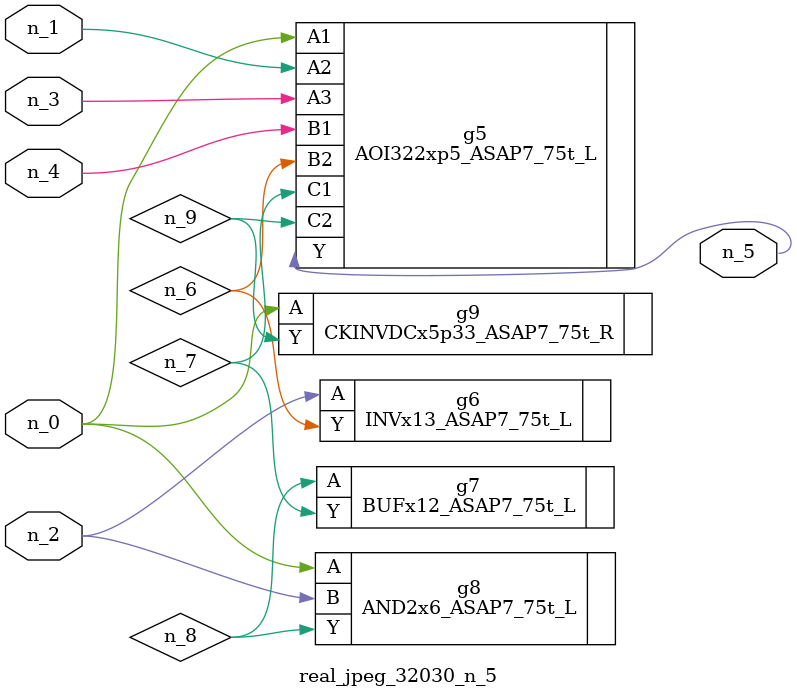
<source format=v>
module real_jpeg_32030_n_5 (n_4, n_0, n_1, n_2, n_3, n_5);

input n_4;
input n_0;
input n_1;
input n_2;
input n_3;

output n_5;

wire n_8;
wire n_6;
wire n_7;
wire n_9;

AOI322xp5_ASAP7_75t_L g5 ( 
.A1(n_0),
.A2(n_1),
.A3(n_3),
.B1(n_4),
.B2(n_6),
.C1(n_7),
.C2(n_9),
.Y(n_5)
);

AND2x6_ASAP7_75t_L g8 ( 
.A(n_0),
.B(n_2),
.Y(n_8)
);

CKINVDCx5p33_ASAP7_75t_R g9 ( 
.A(n_0),
.Y(n_9)
);

INVx13_ASAP7_75t_L g6 ( 
.A(n_2),
.Y(n_6)
);

BUFx12_ASAP7_75t_L g7 ( 
.A(n_8),
.Y(n_7)
);


endmodule
</source>
